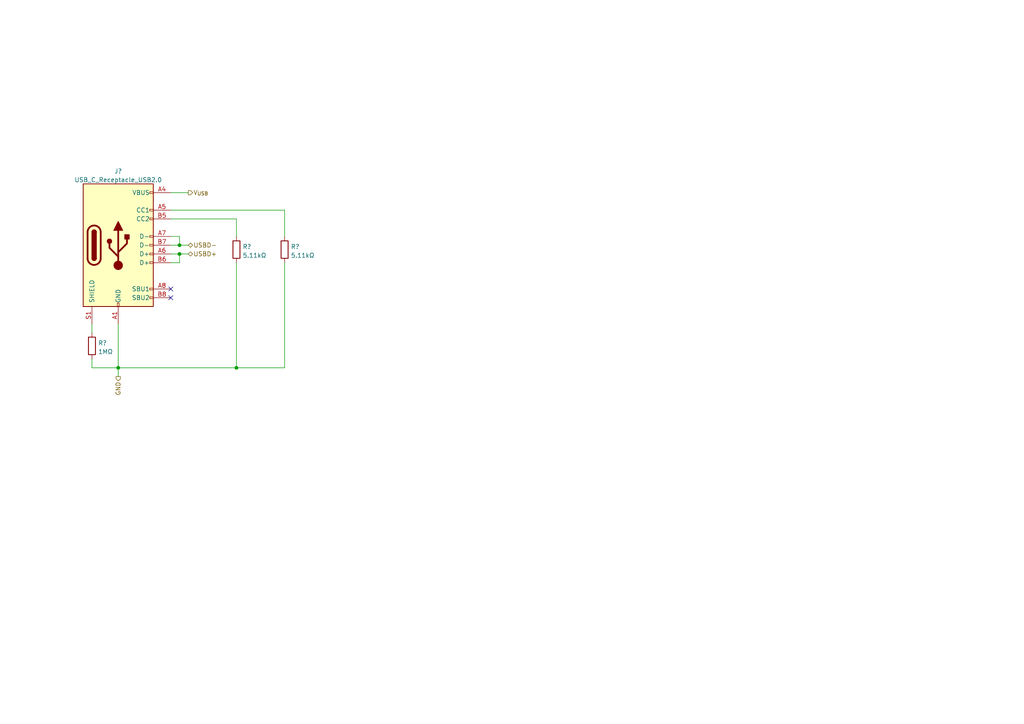
<source format=kicad_sch>
(kicad_sch (version 20211123) (generator eeschema)
  (paper "A4")
  (lib_symbols
    (symbol "Connector:USB_C_Receptacle_USB2.0" (pin_names (offset 1.016))
      (property "Reference" "J" (at -10.16 19.05 0))
      (property "Value" "USB_C_Receptacle_USB2.0" (at 19.05 19.05 0))
      (symbol "USB_C_Receptacle_USB2.0_0_0"
        (rectangle (start -0.254 -17.78) (end 0.254 -16.764))
        (rectangle (start 10.16 -14.986) (end 9.144 -15.494))
        (rectangle (start 10.16 -12.446) (end 9.144 -12.954))
        (rectangle (start 10.16 -4.826) (end 9.144 -5.334))
        (rectangle (start 10.16 -2.286) (end 9.144 -2.794))
        (rectangle (start 10.16 0.254) (end 9.144 -0.254))
        (rectangle (start 10.16 2.794) (end 9.144 2.286))
        (rectangle (start 10.16 7.874) (end 9.144 7.366))
        (rectangle (start 10.16 10.414) (end 9.144 9.906))
        (rectangle (start 10.16 15.494) (end 9.144 14.986))
      )
      (symbol "USB_C_Receptacle_USB2.0_0_1"
        (rectangle (start -10.16 17.78) (end 10.16 -17.78) (stroke (width 0.254)) (fill (type background)))
        (arc (start -8.89 -3.81) (mid -6.985 -5.715) (end -5.08 -3.81) (stroke (width 0.508)))
        (arc (start -7.62 -3.81) (mid -6.985 -4.445) (end -6.35 -3.81) (stroke (width 0.254)))
        (arc (start -7.62 -3.81) (mid -6.985 -4.445) (end -6.35 -3.81) (stroke (width 0.254)) (fill (type outline)))
        (rectangle (start -7.62 -3.81) (end -6.35 3.81) (stroke (width 0.254)) (fill (type outline)))
        (arc (start -6.35 3.81) (mid -6.985 4.445) (end -7.62 3.81) (stroke (width 0.254)))
        (arc (start -6.35 3.81) (mid -6.985 4.445) (end -7.62 3.81) (stroke (width 0.254)) (fill (type outline)))
        (arc (start -5.08 3.81) (mid -6.985 5.715) (end -8.89 3.81) (stroke (width 0.508)))
        (circle (center -2.54 1.143) (radius 0.635) (stroke (width 0.254)) (fill (type outline)))
        (circle (center 0 -5.842) (radius 1.27) (fill (type outline)))
        (polyline (pts (xy -8.89 -3.81) (xy -8.89 3.81)) (stroke (width 0.508)))
        (polyline (pts (xy -5.08 3.81) (xy -5.08 -3.81)) (stroke (width 0.508)))
        (polyline (pts (xy 0 -5.842) (xy 0 4.318)) (stroke (width 0.508)))
        (polyline (pts (xy 0 -3.302) (xy -2.54 -0.762) (xy -2.54 0.508)) (stroke (width 0.508)))
        (polyline (pts (xy 0 -2.032) (xy 2.54 0.508) (xy 2.54 1.778)) (stroke (width 0.508)))
        (polyline (pts (xy -1.27 4.318) (xy 0 6.858) (xy 1.27 4.318) (xy -1.27 4.318)) (stroke (width 0.254)) (fill (type outline)))
        (rectangle (start 1.905 1.778) (end 3.175 3.048) (stroke (width 0.254)) (fill (type outline)))
      )
      (symbol "USB_C_Receptacle_USB2.0_1_1"
        (pin passive line (at 0 -22.86 90) (length 5.08) (name "GND") (number "A1"))
        (pin passive line (at 0 -22.86 90) (length 5.08) hide (name "GND") (number "A12"))
        (pin passive line (at 15.24 15.24 180) (length 5.08) (name "VBUS") (number "A4"))
        (pin bidirectional line (at 15.24 10.16 180) (length 5.08) (name "CC1") (number "A5"))
        (pin bidirectional line (at 15.24 -2.54 180) (length 5.08) (name "D+") (number "A6"))
        (pin bidirectional line (at 15.24 2.54 180) (length 5.08) (name "D-") (number "A7"))
        (pin bidirectional line (at 15.24 -12.7 180) (length 5.08) (name "SBU1") (number "A8"))
        (pin passive line (at 15.24 15.24 180) (length 5.08) hide (name "VBUS") (number "A9"))
        (pin passive line (at 0 -22.86 90) (length 5.08) hide (name "GND") (number "B1"))
        (pin passive line (at 0 -22.86 90) (length 5.08) hide (name "GND") (number "B12"))
        (pin passive line (at 15.24 15.24 180) (length 5.08) hide (name "VBUS") (number "B4"))
        (pin bidirectional line (at 15.24 7.62 180) (length 5.08) (name "CC2") (number "B5"))
        (pin bidirectional line (at 15.24 -5.08 180) (length 5.08) (name "D+") (number "B6"))
        (pin bidirectional line (at 15.24 0 180) (length 5.08) (name "D-") (number "B7"))
        (pin bidirectional line (at 15.24 -15.24 180) (length 5.08) (name "SBU2") (number "B8"))
        (pin passive line (at 15.24 15.24 180) (length 5.08) hide (name "VBUS") (number "B9"))
        (pin passive line (at -7.62 -22.86 90) (length 5.08) (name "SHIELD") (number "S1"))
      )
    )
    (symbol "Device:R" (pin_numbers hide) (pin_names (offset 0))
      (property "Reference" "R" (at 2.032 0 90))
      (property "Value" "R" (at 0 0 90))
      (symbol "R_0_1"
        (rectangle (start -1.016 -2.54) (end 1.016 2.54) (stroke (width 0.254)))
      )
      (symbol "R_1_1"
        (pin passive line (at 0 3.81 270) (length 1.27) (name "~") (number "1"))
        (pin passive line (at 0 -3.81 90) (length 1.27) (name "~") (number "2"))
      )
    )
  )
  (junction (at 52.07 73.66))
  (junction (at 34.29 106.68))
  (junction (at 68.58 106.68))
  (junction (at 52.07 71.12))
  (no_connect (at 49.53 86.36))
  (no_connect (at 49.53 83.82))
  (wire (pts (xy 49.53 60.96) (xy 82.55 60.96)))
  (wire (pts (xy 82.55 60.96) (xy 82.55 68.58)))
  (wire (pts (xy 49.53 76.2) (xy 52.07 76.2)))
  (wire (pts (xy 68.58 106.68) (xy 34.29 106.68)))
  (wire (pts (xy 68.58 76.2) (xy 68.58 106.68)))
  (wire (pts (xy 34.29 93.98) (xy 34.29 106.68)))
  (wire (pts (xy 52.07 71.12) (xy 54.61 71.12)))
  (wire (pts (xy 82.55 106.68) (xy 68.58 106.68)))
  (wire (pts (xy 49.53 71.12) (xy 52.07 71.12)))
  (wire (pts (xy 49.53 73.66) (xy 52.07 73.66)))
  (wire (pts (xy 52.07 68.58) (xy 52.07 71.12)))
  (wire (pts (xy 26.67 106.68) (xy 34.29 106.68)))
  (wire (pts (xy 49.53 68.58) (xy 52.07 68.58)))
  (wire (pts (xy 68.58 63.5) (xy 68.58 68.58)))
  (wire (pts (xy 49.53 55.88) (xy 54.61 55.88)))
  (wire (pts (xy 34.29 106.68) (xy 34.29 109.22)))
  (wire (pts (xy 26.67 104.14) (xy 26.67 106.68)))
  (wire (pts (xy 26.67 93.98) (xy 26.67 96.52)))
  (wire (pts (xy 52.07 73.66) (xy 54.61 73.66)))
  (wire (pts (xy 52.07 76.2) (xy 52.07 73.66)))
  (wire (pts (xy 49.53 63.5) (xy 68.58 63.5)))
  (wire (pts (xy 82.55 76.2) (xy 82.55 106.68)))
  (hierarchical_label "USBD+" (shape bidirectional) (at 54.61 73.66 0))
  (hierarchical_label "USBD-" (shape bidirectional) (at 54.61 71.12 0))
  (hierarchical_label "V_{USB}" (shape output) (at 54.61 55.88 0))
  (hierarchical_label "GND" (shape output) (at 34.29 109.22 270))
  (symbol (lib_id "Device:R") (at 82.55 72.39 0) (unit 1)
    (property "Reference" "R?" (at 84.328 71.5553 0) (effects (justify left)))
    (property "Value" "5.11kΩ" (at 84.328 74.0922 0) (effects (justify left)))
  )
  (symbol (lib_id "Device:R") (at 26.67 100.33 0) (unit 1)
    (property "Reference" "R?" (at 28.448 99.4953 0) (effects (justify left)))
    (property "Value" "1MΩ" (at 28.448 102.0322 0) (effects (justify left)))
  )
  (symbol (lib_id "Connector:USB_C_Receptacle_USB2.0") (at 34.29 71.12 0) (unit 1)
    (property "Reference" "J?" (at 34.29 49.6402 0))
    (property "Value" "USB_C_Receptacle_USB2.0" (at 34.29 52.1771 0))
    (property "Datasheet" "https://www.usb.org/sites/default/files/documents/usb_type-c.zip" (effects hide))
  )
  (symbol (lib_id "Device:R") (at 68.58 72.39 0) (unit 1)
    (property "Reference" "R?" (at 70.358 71.5553 0) (effects (justify left)))
    (property "Value" "5.11kΩ" (at 70.358 74.0922 0) (effects (justify left)))
  )
)
</source>
